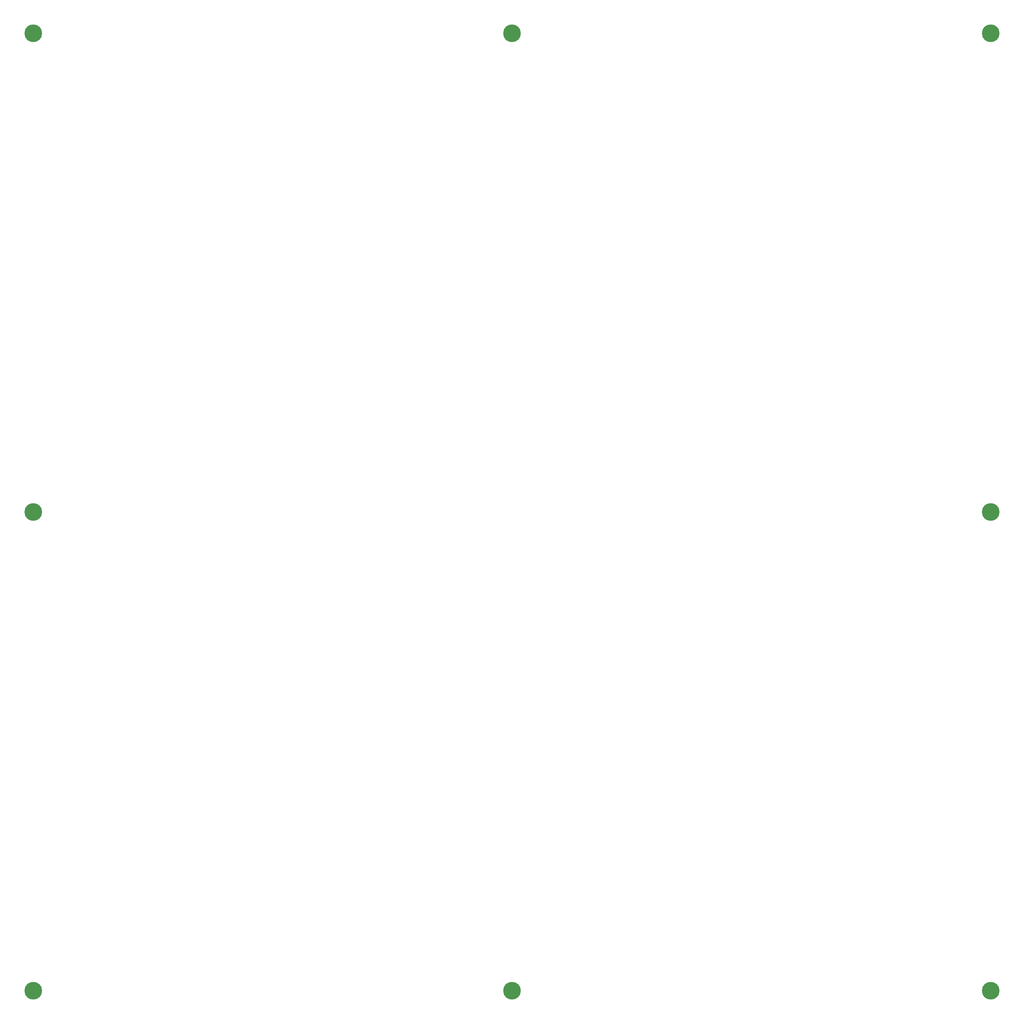
<source format=gbr>
%TF.GenerationSoftware,KiCad,Pcbnew,(5.99.0-7597-g9f5b12c7f7)*%
%TF.CreationDate,2021-12-15T12:42:07+01:00*%
%TF.ProjectId,reflector,7265666c-6563-4746-9f72-2e6b69636164,rev?*%
%TF.SameCoordinates,Original*%
%TF.FileFunction,Soldermask,Bot*%
%TF.FilePolarity,Negative*%
%FSLAX46Y46*%
G04 Gerber Fmt 4.6, Leading zero omitted, Abs format (unit mm)*
G04 Created by KiCad (PCBNEW (5.99.0-7597-g9f5b12c7f7)) date 2021-12-15 12:42:07*
%MOMM*%
%LPD*%
G01*
G04 APERTURE LIST*
%ADD10C,3.500000*%
G04 APERTURE END LIST*
D10*
%TO.C,H1*%
X55000000Y-35000000D03*
%TD*%
%TO.C,H5*%
X245000000Y-130000000D03*
%TD*%
%TO.C,H8*%
X55000000Y-130000000D03*
%TD*%
%TO.C,H2*%
X245000000Y-35000000D03*
%TD*%
%TO.C,H3*%
X55000000Y-225000000D03*
%TD*%
%TO.C,H6*%
X245000000Y-225000000D03*
%TD*%
%TO.C,H7*%
X150000000Y-35000000D03*
%TD*%
%TO.C,H4*%
X150000000Y-225000000D03*
%TD*%
M02*

</source>
